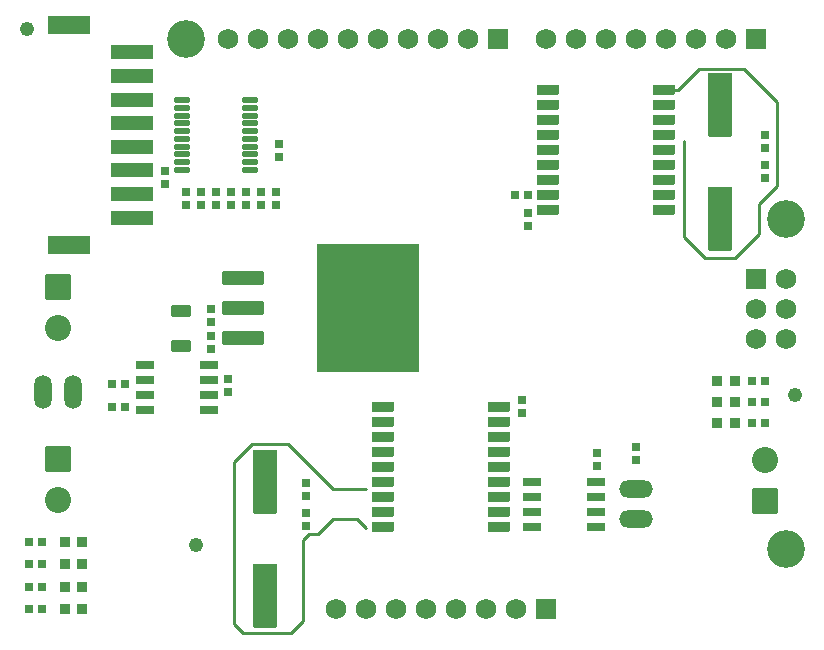
<source format=gbr>
%TF.GenerationSoftware,KiCad,Pcbnew,7.0.7*%
%TF.CreationDate,2023-09-23T12:37:51-04:00*%
%TF.ProjectId,gateway_r0,67617465-7761-4795-9f72-302e6b696361,rev?*%
%TF.SameCoordinates,Original*%
%TF.FileFunction,Soldermask,Top*%
%TF.FilePolarity,Negative*%
%FSLAX46Y46*%
G04 Gerber Fmt 4.6, Leading zero omitted, Abs format (unit mm)*
G04 Created by KiCad (PCBNEW 7.0.7) date 2023-09-23 12:37:51*
%MOMM*%
%LPD*%
G01*
G04 APERTURE LIST*
G04 Aperture macros list*
%AMRoundRect*
0 Rectangle with rounded corners*
0 $1 Rounding radius*
0 $2 $3 $4 $5 $6 $7 $8 $9 X,Y pos of 4 corners*
0 Add a 4 corners polygon primitive as box body*
4,1,4,$2,$3,$4,$5,$6,$7,$8,$9,$2,$3,0*
0 Add four circle primitives for the rounded corners*
1,1,$1+$1,$2,$3*
1,1,$1+$1,$4,$5*
1,1,$1+$1,$6,$7*
1,1,$1+$1,$8,$9*
0 Add four rect primitives between the rounded corners*
20,1,$1+$1,$2,$3,$4,$5,0*
20,1,$1+$1,$4,$5,$6,$7,0*
20,1,$1+$1,$6,$7,$8,$9,0*
20,1,$1+$1,$8,$9,$2,$3,0*%
G04 Aperture macros list end*
%ADD10C,0.254000*%
%ADD11RoundRect,0.622300X0.000000X0.000000X0.000000X0.000000X0.000000X0.000000X0.000000X0.000000X0*%
%ADD12RoundRect,0.050800X0.300000X-0.250000X0.300000X0.250000X-0.300000X0.250000X-0.300000X-0.250000X0*%
%ADD13RoundRect,0.050800X-0.250000X-0.300000X0.250000X-0.300000X0.250000X0.300000X-0.250000X0.300000X0*%
%ADD14RoundRect,0.050800X-0.300000X0.250000X-0.300000X-0.250000X0.300000X-0.250000X0.300000X0.250000X0*%
%ADD15RoundRect,0.050800X0.400000X0.400000X-0.400000X0.400000X-0.400000X-0.400000X0.400000X-0.400000X0*%
%ADD16RoundRect,0.050800X-0.965200X2.667000X-0.965200X-2.667000X0.965200X-2.667000X0.965200X2.667000X0*%
%ADD17RoundRect,0.050800X0.600000X-0.200000X0.600000X0.200000X-0.600000X0.200000X-0.600000X-0.200000X0*%
%ADD18RoundRect,0.050800X-0.600000X0.200000X-0.600000X-0.200000X0.600000X-0.200000X0.600000X0.200000X0*%
%ADD19RoundRect,0.050800X-0.400000X-0.400000X0.400000X-0.400000X0.400000X0.400000X-0.400000X0.400000X0*%
%ADD20O,2.844800X1.473200*%
%ADD21RoundRect,0.050800X-0.700000X-0.300000X0.700000X-0.300000X0.700000X0.300000X-0.700000X0.300000X0*%
%ADD22RoundRect,0.050800X0.889000X0.381000X-0.889000X0.381000X-0.889000X-0.381000X0.889000X-0.381000X0*%
%ADD23C,3.200400*%
%ADD24RoundRect,0.050800X-0.825500X-0.825500X0.825500X-0.825500X0.825500X0.825500X-0.825500X0.825500X0*%
%ADD25C,1.752600*%
%ADD26RoundRect,0.050800X0.250000X0.300000X-0.250000X0.300000X-0.250000X-0.300000X0.250000X-0.300000X0*%
%ADD27RoundRect,0.050800X-1.050000X1.050000X-1.050000X-1.050000X1.050000X-1.050000X1.050000X1.050000X0*%
%ADD28C,2.201600*%
%ADD29O,1.473200X2.844800*%
%ADD30RoundRect,0.050800X1.700000X-0.750000X1.700000X0.750000X-1.700000X0.750000X-1.700000X-0.750000X0*%
%ADD31RoundRect,0.050800X1.750000X-0.500000X1.750000X0.500000X-1.750000X0.500000X-1.750000X-0.500000X0*%
%ADD32RoundRect,0.050800X1.050000X-1.050000X1.050000X1.050000X-1.050000X1.050000X-1.050000X-1.050000X0*%
%ADD33RoundRect,0.050800X0.700000X0.300000X-0.700000X0.300000X-0.700000X-0.300000X0.700000X-0.300000X0*%
%ADD34RoundRect,0.050800X0.965200X-2.667000X0.965200X2.667000X-0.965200X2.667000X-0.965200X-2.667000X0*%
%ADD35RoundRect,0.050800X-1.700000X0.500000X-1.700000X-0.500000X1.700000X-0.500000X1.700000X0.500000X0*%
%ADD36RoundRect,0.050800X-4.300000X5.350000X-4.300000X-5.350000X4.300000X-5.350000X4.300000X5.350000X0*%
%ADD37RoundRect,0.050800X-0.889000X-0.381000X0.889000X-0.381000X0.889000X0.381000X-0.889000X0.381000X0*%
%ADD38RoundRect,0.050800X-0.800000X0.450000X-0.800000X-0.450000X0.800000X-0.450000X0.800000X0.450000X0*%
G04 APERTURE END LIST*
D10*
X134346750Y-131095950D02*
X133584750Y-130333950D01*
X144760750Y-122205950D02*
X143998750Y-121443950D01*
X179558750Y-93249950D02*
X178034750Y-94773950D01*
X138156750Y-115093950D02*
X141966750Y-118903950D01*
X173462750Y-99345950D02*
X171684750Y-97567950D01*
X178034750Y-94773950D02*
X178034750Y-97313950D01*
X176764750Y-83343950D02*
X179558750Y-86137950D01*
X133584750Y-130333950D02*
X133584750Y-116617950D01*
X141966750Y-121443950D02*
X140696750Y-122713950D01*
X139426750Y-123221950D02*
X139426750Y-130079950D01*
X135108750Y-115093950D02*
X138156750Y-115093950D01*
X179558750Y-86137950D02*
X179558750Y-93249950D01*
X172954750Y-83343950D02*
X176764750Y-83343950D01*
X139426750Y-130079950D02*
X138410750Y-131095950D01*
X140696750Y-122713950D02*
X139934750Y-122713950D01*
X133584750Y-116617950D02*
X135108750Y-115093950D01*
X171684750Y-97567950D02*
X171684750Y-89439950D01*
X171176750Y-85121950D02*
X172954750Y-83343950D01*
X176002750Y-99345950D02*
X173462750Y-99345950D01*
X170160750Y-85121950D02*
X171176750Y-85121950D01*
X138410750Y-131095950D02*
X134346750Y-131095950D01*
X178034750Y-97313950D02*
X176002750Y-99345950D01*
X143998750Y-121443950D02*
X141966750Y-121443950D01*
X139934750Y-122713950D02*
X139426750Y-123221950D01*
X141966750Y-118903950D02*
X144760750Y-118903950D01*
D11*
%TO.C,TP2*%
X181082750Y-110902950D03*
%TD*%
D12*
%TO.C,R9*%
X132060750Y-93715950D03*
X132060750Y-94815950D03*
%TD*%
D13*
%TO.C,R7*%
X117370750Y-129063950D03*
X116270750Y-129063950D03*
%TD*%
D14*
%TO.C,R1*%
X164318750Y-116913950D03*
X164318750Y-115813950D03*
%TD*%
D12*
%TO.C,R15*%
X167620750Y-115305950D03*
X167620750Y-116405950D03*
%TD*%
D15*
%TO.C,D2*%
X119245750Y-123348950D03*
X120745750Y-123348950D03*
%TD*%
D16*
%TO.C,X2*%
X174732750Y-86391950D03*
X174732750Y-96043950D03*
%TD*%
D17*
%TO.C,U6*%
X134960750Y-91856950D03*
X134960750Y-91206950D03*
X134960750Y-90556950D03*
X134960750Y-89906950D03*
X134960750Y-89256950D03*
X134960750Y-88606950D03*
X134960750Y-87956950D03*
X134960750Y-87306950D03*
X134960750Y-86656950D03*
X134960750Y-86006950D03*
D18*
X129160750Y-86006950D03*
X129160750Y-86656950D03*
X129160750Y-87306950D03*
X129160750Y-87956950D03*
X129160750Y-88606950D03*
X129160750Y-89256950D03*
X129160750Y-89906950D03*
X129160750Y-90556950D03*
X129160750Y-91206950D03*
X129160750Y-91856950D03*
%TD*%
D13*
%TO.C,R13*%
X124355750Y-110013950D03*
X123255750Y-110013950D03*
%TD*%
D19*
%TO.C,D8*%
X175990750Y-109759950D03*
X174490750Y-109759950D03*
%TD*%
D20*
%TO.C,JP7*%
X167620750Y-121443950D03*
X167620750Y-118903950D03*
%TD*%
D12*
%TO.C,C5*%
X178542750Y-91429950D03*
X178542750Y-92529950D03*
%TD*%
%TO.C,R19*%
X137140750Y-93715950D03*
X137140750Y-94815950D03*
%TD*%
D14*
%TO.C,C1*%
X131679750Y-104721950D03*
X131679750Y-103621950D03*
%TD*%
D21*
%TO.C,U3*%
X158824750Y-118268950D03*
X158824750Y-119538950D03*
X158824750Y-120808950D03*
X158824750Y-122078950D03*
X164224750Y-122078950D03*
X164224750Y-120808950D03*
X164224750Y-119538950D03*
X164224750Y-118268950D03*
%TD*%
D22*
%TO.C,U5*%
X169995650Y-95281950D03*
X169995650Y-94011950D03*
X169995650Y-92741950D03*
X169995650Y-91471950D03*
X169995650Y-90201950D03*
X169995650Y-88931950D03*
X169995650Y-87661950D03*
X169995650Y-86391950D03*
X169995650Y-85121950D03*
X160165850Y-85121950D03*
X160165850Y-86391950D03*
X160165850Y-87661950D03*
X160165850Y-88931950D03*
X160165850Y-90201950D03*
X160165850Y-91471950D03*
X160165850Y-92741950D03*
X160165850Y-94011950D03*
X160165850Y-95281950D03*
%TD*%
D12*
%TO.C,C9*%
X127742750Y-91937950D03*
X127742750Y-93037950D03*
%TD*%
%TO.C,R22*%
X133330750Y-93715950D03*
X133330750Y-94815950D03*
%TD*%
D13*
%TO.C,R4*%
X117370750Y-123348950D03*
X116270750Y-123348950D03*
%TD*%
D12*
%TO.C,R2*%
X157968750Y-111368950D03*
X157968750Y-112468950D03*
%TD*%
D15*
%TO.C,D3*%
X119245750Y-125253950D03*
X120745750Y-125253950D03*
%TD*%
D23*
%TO.C,JP3*%
X180320750Y-96043950D03*
X180320750Y-123983950D03*
D24*
X177780750Y-101123950D03*
D25*
X177780750Y-103663950D03*
X177780750Y-106203950D03*
X180320750Y-106203950D03*
X180320750Y-103663950D03*
X180320750Y-101123950D03*
%TD*%
D12*
%TO.C,R21*%
X137394750Y-89651950D03*
X137394750Y-90751950D03*
%TD*%
D26*
%TO.C,R10*%
X177484750Y-113315950D03*
X178584750Y-113315950D03*
%TD*%
D19*
%TO.C,D6*%
X175990750Y-113315950D03*
X174490750Y-113315950D03*
%TD*%
D14*
%TO.C,C8*%
X178542750Y-89989950D03*
X178542750Y-88889950D03*
%TD*%
D12*
%TO.C,R8*%
X131679750Y-105907950D03*
X131679750Y-107007950D03*
%TD*%
D13*
%TO.C,R14*%
X124355750Y-111918950D03*
X123255750Y-111918950D03*
%TD*%
D12*
%TO.C,C6*%
X133076750Y-109590950D03*
X133076750Y-110690950D03*
%TD*%
D15*
%TO.C,D4*%
X119245750Y-127158950D03*
X120745750Y-127158950D03*
%TD*%
D12*
%TO.C,R17*%
X135870750Y-93715950D03*
X135870750Y-94815950D03*
%TD*%
D24*
%TO.C,JP2*%
X177780750Y-80803950D03*
D25*
X175240750Y-80803950D03*
X172700750Y-80803950D03*
X170160750Y-80803950D03*
X167620750Y-80803950D03*
X165080750Y-80803950D03*
X162540750Y-80803950D03*
X160000750Y-80803950D03*
%TD*%
D13*
%TO.C,R6*%
X117370750Y-127158950D03*
X116270750Y-127158950D03*
%TD*%
D25*
%TO.C,JP5*%
X142220750Y-129063950D03*
X144760750Y-129063950D03*
X147300750Y-129063950D03*
X149840750Y-129063950D03*
X152380750Y-129063950D03*
X154920750Y-129063950D03*
X157460750Y-129063950D03*
D24*
X160000750Y-129063950D03*
%TD*%
D14*
%TO.C,C7*%
X139680750Y-119453950D03*
X139680750Y-118353950D03*
%TD*%
D27*
%TO.C,CON2*%
X118725750Y-116363950D03*
D28*
X118725750Y-119863950D03*
%TD*%
D26*
%TO.C,R11*%
X177484750Y-111537950D03*
X178584750Y-111537950D03*
%TD*%
D14*
%TO.C,R20*%
X129520750Y-94815950D03*
X129520750Y-93715950D03*
%TD*%
D11*
%TO.C,TP1*%
X130409750Y-123602950D03*
%TD*%
D19*
%TO.C,D7*%
X175990750Y-111537950D03*
X174490750Y-111537950D03*
%TD*%
D29*
%TO.C,JP6*%
X117455750Y-110648950D03*
X119995750Y-110648950D03*
%TD*%
D12*
%TO.C,R16*%
X130790750Y-93715950D03*
X130790750Y-94815950D03*
%TD*%
D30*
%TO.C,CON4*%
X119598750Y-98281950D03*
X119598750Y-79581950D03*
D31*
X124948750Y-95931950D03*
X124948750Y-93931950D03*
X124948750Y-91931950D03*
X124948750Y-89931950D03*
X124948750Y-87931950D03*
X124948750Y-85931950D03*
X124948750Y-83931950D03*
X124948750Y-81931950D03*
%TD*%
D12*
%TO.C,C4*%
X139680750Y-120893950D03*
X139680750Y-121993950D03*
%TD*%
D32*
%TO.C,CON3*%
X178542750Y-119919950D03*
D28*
X178542750Y-116419950D03*
%TD*%
D33*
%TO.C,U1*%
X131458750Y-112172950D03*
X131458750Y-110902950D03*
X131458750Y-109632950D03*
X131458750Y-108362950D03*
X126058750Y-108362950D03*
X126058750Y-109632950D03*
X126058750Y-110902950D03*
X126058750Y-112172950D03*
%TD*%
D11*
%TO.C,TP3*%
X116058750Y-79914950D03*
%TD*%
D12*
%TO.C,R18*%
X134600750Y-93715950D03*
X134600750Y-94815950D03*
%TD*%
D27*
%TO.C,CON1*%
X118725750Y-101758950D03*
D28*
X118725750Y-105258950D03*
%TD*%
D34*
%TO.C,X1*%
X136251750Y-127920950D03*
X136251750Y-118268950D03*
%TD*%
D23*
%TO.C,JP1*%
X129520750Y-80803950D03*
D24*
X155936750Y-80803950D03*
D25*
X153396750Y-80803950D03*
X150856750Y-80803950D03*
X148316750Y-80803950D03*
X145776750Y-80803950D03*
X143236750Y-80803950D03*
X140696750Y-80803950D03*
X138156750Y-80803950D03*
X135616750Y-80803950D03*
X133076750Y-80803950D03*
%TD*%
D15*
%TO.C,D5*%
X119245750Y-129063950D03*
X120745750Y-129063950D03*
%TD*%
D26*
%TO.C,R12*%
X177484750Y-109759950D03*
X178584750Y-109759950D03*
%TD*%
D13*
%TO.C,R5*%
X117370750Y-125253950D03*
X116270750Y-125253950D03*
%TD*%
D35*
%TO.C,U4*%
X134346750Y-100996950D03*
X134346750Y-103536950D03*
X134346750Y-106076950D03*
D36*
X144946750Y-103536950D03*
%TD*%
D12*
%TO.C,C2*%
X158476750Y-95493950D03*
X158476750Y-96593950D03*
%TD*%
D37*
%TO.C,U2*%
X146195850Y-111918950D03*
X146195850Y-113188950D03*
X146195850Y-114458950D03*
X146195850Y-115728950D03*
X146195850Y-116998950D03*
X146195850Y-118268950D03*
X146195850Y-119538950D03*
X146195850Y-120808950D03*
X146195850Y-122078950D03*
X156025650Y-122078950D03*
X156025650Y-120808950D03*
X156025650Y-119538950D03*
X156025650Y-118268950D03*
X156025650Y-116998950D03*
X156025650Y-115728950D03*
X156025650Y-114458950D03*
X156025650Y-113188950D03*
X156025650Y-111918950D03*
%TD*%
D26*
%TO.C,R3*%
X157418750Y-94011950D03*
X158518750Y-94011950D03*
%TD*%
D38*
%TO.C,C3*%
X129139750Y-106764950D03*
X129139750Y-103864950D03*
%TD*%
M02*

</source>
